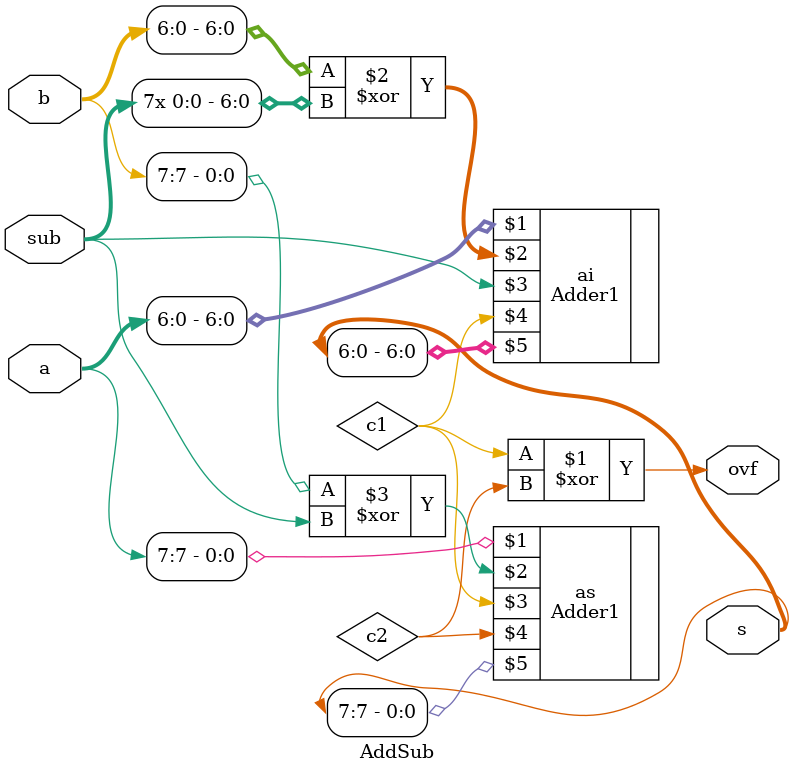
<source format=v>
module AddSub(a,b,sub,s,ovf) ;

    // add a+b or subtract a-b, check for overflow
    parameter n = 8 ;
    input [n-1:0] a, b ;
    input sub ;           // subtract if sub=1, otherwise add
    output [n-1:0] s ;
    output ovf ;          // 1 if overflow

    wire c1, c2 ;         // carry out of last two bits
    wire ovf = c1 ^ c2 ;  // overflow if signs don't match

    // add non sign bits
    Adder1 #(n-1) ai(a[n-2:0], b[n-2:0]^{n-1{sub}}, sub,c1, s[n-2:0]) ;

    // add sign bits
    Adder1 #(1)   as(a[n-1], b[n-1]^sub, c1, c2, s[n-1]) ;

endmodule 
</source>
